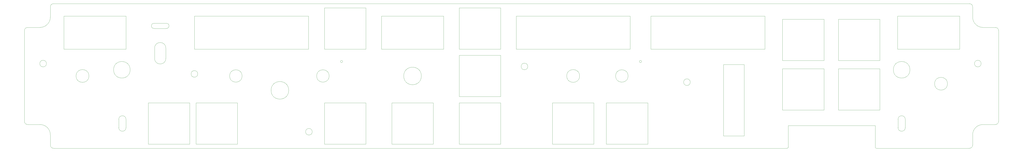
<source format=gm1>
G04 #@! TF.GenerationSoftware,KiCad,Pcbnew,7.0.9*
G04 #@! TF.CreationDate,2024-04-05T19:00:48+01:00*
G04 #@! TF.ProjectId,mcpBacklight,6d637042-6163-46b6-9c69-6768742e6b69,rev?*
G04 #@! TF.SameCoordinates,Original*
G04 #@! TF.FileFunction,Profile,NP*
%FSLAX46Y46*%
G04 Gerber Fmt 4.6, Leading zero omitted, Abs format (unit mm)*
G04 Created by KiCad (PCBNEW 7.0.9) date 2024-04-05 19:00:48*
%MOMM*%
%LPD*%
G01*
G04 APERTURE LIST*
G04 #@! TA.AperFunction,Profile*
%ADD10C,0.100000*%
G04 #@! TD*
G04 APERTURE END LIST*
D10*
X434250000Y-333000000D02*
X434250000Y-298500000D01*
X87000000Y-282000000D02*
X87000000Y-326000000D01*
X329850000Y-299400000D02*
G75*
G03*
X329850000Y-299400000I-1600000J0D01*
G01*
X472750000Y-296500000D02*
X472750000Y-276500000D01*
X367750000Y-337000000D02*
X367750000Y-317000000D01*
X514250000Y-301000000D02*
G75*
G03*
X514250000Y-301000000I-4000000J0D01*
G01*
X497500000Y-338500000D02*
G75*
G03*
X498000000Y-339000000I500000J0D01*
G01*
X284250000Y-337000000D02*
X284250000Y-317000000D01*
X452750000Y-296500000D02*
X452750000Y-276500000D01*
X497500000Y-328000000D02*
X455500000Y-328000000D01*
X132500000Y-329000000D02*
G75*
G03*
X136000000Y-329000000I1750000J0D01*
G01*
X101000000Y-269000000D02*
G75*
G03*
X99500000Y-270500000I0J-1500000D01*
G01*
X296750000Y-271000000D02*
X316750000Y-271000000D01*
X479750000Y-296500000D02*
X479750000Y-276500000D01*
X543000000Y-339000000D02*
G75*
G03*
X544500000Y-337500000I0J1500000D01*
G01*
X169000000Y-291000000D02*
X224000000Y-291000000D01*
X296750000Y-294000000D02*
X316750000Y-294000000D01*
X367750000Y-317000000D02*
X387750000Y-317000000D01*
X214500000Y-310950000D02*
G75*
G03*
X214500000Y-310950000I-4250000J0D01*
G01*
X549500000Y-327500000D02*
X555500000Y-327500000D01*
X316750000Y-337000000D02*
X316750000Y-317000000D01*
X389250000Y-291000000D02*
X444250000Y-291000000D01*
X97600000Y-298000000D02*
G75*
G03*
X97600000Y-298000000I-1600000J0D01*
G01*
X379250000Y-291000000D02*
X379250000Y-275000000D01*
X296750000Y-337000000D02*
X296750000Y-317000000D01*
X155200000Y-290500000D02*
X155200000Y-295500000D01*
X548600000Y-298000000D02*
G75*
G03*
X548600000Y-298000000I-1600000J0D01*
G01*
X166750000Y-337000000D02*
X146750000Y-337000000D01*
X499750000Y-320500000D02*
X479750000Y-320500000D01*
X166750000Y-337000000D02*
X166750000Y-317000000D01*
X251750000Y-337000000D02*
X231750000Y-337000000D01*
X289250000Y-275000000D02*
X289250000Y-291000000D01*
X99500000Y-270500000D02*
X99500000Y-275500000D01*
X289250000Y-291000000D02*
X259250000Y-291000000D01*
X101000000Y-269000000D02*
X543000000Y-269000000D01*
X549500000Y-280500000D02*
X555500000Y-280500000D01*
X549500000Y-327500000D02*
G75*
G03*
X544500000Y-332500000I0J-5000000D01*
G01*
X259250000Y-291000000D02*
X259250000Y-275000000D01*
X424250000Y-298500000D02*
X434250000Y-298500000D01*
X538250000Y-275000000D02*
X538250000Y-291000000D01*
X434250000Y-333000000D02*
X424250000Y-333000000D01*
X508250000Y-291000000D02*
X508250000Y-275000000D01*
X138000000Y-301000000D02*
G75*
G03*
X138000000Y-301000000I-4000000J0D01*
G01*
X452750000Y-300500000D02*
X472750000Y-300500000D01*
X499750000Y-320500000D02*
X499750000Y-300500000D01*
X324250000Y-291000000D02*
X379250000Y-291000000D01*
X389250000Y-275000000D02*
X444250000Y-275000000D01*
X251750000Y-291000000D02*
X231750000Y-291000000D01*
X99500000Y-332500000D02*
G75*
G03*
X94500000Y-327500000I-5000000J0D01*
G01*
X389250000Y-291000000D02*
X389250000Y-275000000D01*
X354850403Y-304000000D02*
G75*
G03*
X354850403Y-304000000I-3100403J0D01*
G01*
X341750000Y-337000000D02*
X341750000Y-317000000D01*
X455500000Y-338500000D02*
X455500000Y-328000000D01*
X544500000Y-337500000D02*
X544500000Y-332500000D01*
X512000000Y-325000000D02*
X512000000Y-329000000D01*
X106000000Y-291000000D02*
X106000000Y-275000000D01*
X136000000Y-275000000D02*
X136000000Y-291000000D01*
X106000000Y-275000000D02*
X136000000Y-275000000D01*
X408250000Y-307000000D02*
G75*
G03*
X408250000Y-307000000I-1600000J0D01*
G01*
X316750000Y-291000000D02*
X316750000Y-271000000D01*
X544500000Y-270500000D02*
G75*
G03*
X543000000Y-269000000I-1500000J0D01*
G01*
X231750000Y-317000000D02*
X251750000Y-317000000D01*
X278500000Y-304000000D02*
G75*
G03*
X278500000Y-304000000I-4250000J0D01*
G01*
X361750000Y-337000000D02*
X341750000Y-337000000D01*
X136000000Y-325000000D02*
X136000000Y-329000000D01*
X189750000Y-337000000D02*
X189750000Y-317000000D01*
X264250000Y-317000000D02*
X284250000Y-317000000D01*
X452750000Y-320500000D02*
X452750000Y-300500000D01*
X544500000Y-275500000D02*
G75*
G03*
X549500000Y-280500000I5000000J0D01*
G01*
X169750000Y-317000000D02*
X189750000Y-317000000D01*
X264250000Y-337000000D02*
X264250000Y-317000000D01*
X132500000Y-325000000D02*
X132500000Y-329000000D01*
X149500000Y-278500000D02*
G75*
G03*
X149500000Y-281000000I0J-1250000D01*
G01*
X532350000Y-307750000D02*
G75*
G03*
X532350000Y-307750000I-3100000J0D01*
G01*
X508500000Y-329000000D02*
G75*
G03*
X512000000Y-329000000I1750000J0D01*
G01*
X387750000Y-337000000D02*
X387750000Y-317000000D01*
X225850000Y-331000000D02*
G75*
G03*
X225850000Y-331000000I-1600000J0D01*
G01*
X544500000Y-275500000D02*
X544500000Y-270500000D01*
X557000000Y-326000000D02*
X557000000Y-282000000D01*
X284250000Y-337000000D02*
X264250000Y-337000000D01*
X512000000Y-325000000D02*
G75*
G03*
X508500000Y-325000000I-1750000J0D01*
G01*
X479750000Y-276500000D02*
X499750000Y-276500000D01*
X149500000Y-281000000D02*
X155500000Y-281000000D01*
X234000000Y-304000000D02*
G75*
G03*
X234000000Y-304000000I-3000000J0D01*
G01*
X88500000Y-280500000D02*
G75*
G03*
X87000000Y-282000000I0J-1500000D01*
G01*
X508500000Y-325000000D02*
X508500000Y-329000000D01*
X136000000Y-325000000D02*
G75*
G03*
X132500000Y-325000000I-1750000J0D01*
G01*
X424250000Y-298500000D02*
X424250000Y-333000000D01*
X538250000Y-291000000D02*
X508250000Y-291000000D01*
X192000000Y-304000000D02*
G75*
G03*
X192000000Y-304000000I-3000000J0D01*
G01*
X94500000Y-280500000D02*
X88500000Y-280500000D01*
X378250000Y-304000000D02*
G75*
G03*
X378250000Y-304000000I-3000000J0D01*
G01*
X231750000Y-337000000D02*
X231750000Y-317000000D01*
X240550000Y-297000000D02*
G75*
G03*
X240550000Y-297000000I-550000J0D01*
G01*
X499750000Y-296500000D02*
X499750000Y-276500000D01*
X118100000Y-304000000D02*
G75*
G03*
X118100000Y-304000000I-3100000J0D01*
G01*
X479750000Y-300500000D02*
X499750000Y-300500000D01*
X472750000Y-320500000D02*
X472750000Y-300500000D01*
X259250000Y-275000000D02*
X289250000Y-275000000D01*
X508250000Y-275000000D02*
X538250000Y-275000000D01*
X324250000Y-291000000D02*
X324250000Y-275000000D01*
X387750000Y-337000000D02*
X367750000Y-337000000D01*
X296750000Y-291000000D02*
X296750000Y-271000000D01*
X555500000Y-327500000D02*
G75*
G03*
X557000000Y-326000000I0J1500000D01*
G01*
X149800000Y-290500000D02*
X149800000Y-295500000D01*
X170600000Y-303000000D02*
G75*
G03*
X170600000Y-303000000I-1600000J0D01*
G01*
X231750000Y-271000000D02*
X251750000Y-271000000D01*
X94500000Y-280500000D02*
G75*
G03*
X99500000Y-275500000I0J5000000D01*
G01*
X472750000Y-296500000D02*
X452750000Y-296500000D01*
X155200000Y-290500000D02*
G75*
G03*
X149800000Y-290500000I-2700000J0D01*
G01*
X316750000Y-314000000D02*
X316750000Y-294000000D01*
X169750000Y-337000000D02*
X169750000Y-317000000D01*
X136000000Y-291000000D02*
X106000000Y-291000000D01*
X452750000Y-276500000D02*
X472750000Y-276500000D01*
X543000000Y-339000000D02*
X498000000Y-339000000D01*
X455000000Y-339000000D02*
X101000000Y-339000000D01*
X296750000Y-314000000D02*
X296750000Y-294000000D01*
X455000000Y-339000000D02*
G75*
G03*
X455500000Y-338500000I0J500000D01*
G01*
X94500000Y-327500000D02*
X88500000Y-327500000D01*
X224000000Y-291000000D02*
X224000000Y-275000000D01*
X189750000Y-337000000D02*
X169750000Y-337000000D01*
X231750000Y-291000000D02*
X231750000Y-271000000D01*
X296750000Y-317000000D02*
X316750000Y-317000000D01*
X479750000Y-320500000D02*
X479750000Y-300500000D01*
X444250000Y-291000000D02*
X444250000Y-275000000D01*
X384800000Y-297000000D02*
G75*
G03*
X384800000Y-297000000I-550000J0D01*
G01*
X341750000Y-317000000D02*
X361750000Y-317000000D01*
X497500000Y-338500000D02*
X497500000Y-328000000D01*
X499750000Y-296500000D02*
X479750000Y-296500000D01*
X146750000Y-337000000D02*
X146750000Y-317000000D01*
X316750000Y-291000000D02*
X296750000Y-291000000D01*
X251750000Y-337000000D02*
X251750000Y-317000000D01*
X324250000Y-275000000D02*
X379250000Y-275000000D01*
X169000000Y-275000000D02*
X224000000Y-275000000D01*
X166750000Y-317000000D02*
X146750000Y-317000000D01*
X149800000Y-295500000D02*
G75*
G03*
X155200000Y-295500000I2700000J0D01*
G01*
X169000000Y-291000000D02*
X169000000Y-275000000D01*
X251750000Y-291000000D02*
X251750000Y-271000000D01*
X316750000Y-314000000D02*
X296750000Y-314000000D01*
X87000000Y-326000000D02*
G75*
G03*
X88500000Y-327500000I1500000J0D01*
G01*
X316750000Y-337000000D02*
X296750000Y-337000000D01*
X361750000Y-337000000D02*
X361750000Y-317000000D01*
X557000000Y-282000000D02*
G75*
G03*
X555500000Y-280500000I-1500000J0D01*
G01*
X99500000Y-332500000D02*
X99500000Y-337500000D01*
X99500000Y-337500000D02*
G75*
G03*
X101000000Y-339000000I1500000J0D01*
G01*
X149500000Y-278500000D02*
X155500000Y-278500000D01*
X155500000Y-281000000D02*
G75*
G03*
X155500000Y-278500000I0J1250000D01*
G01*
X472750000Y-320500000D02*
X452750000Y-320500000D01*
M02*

</source>
